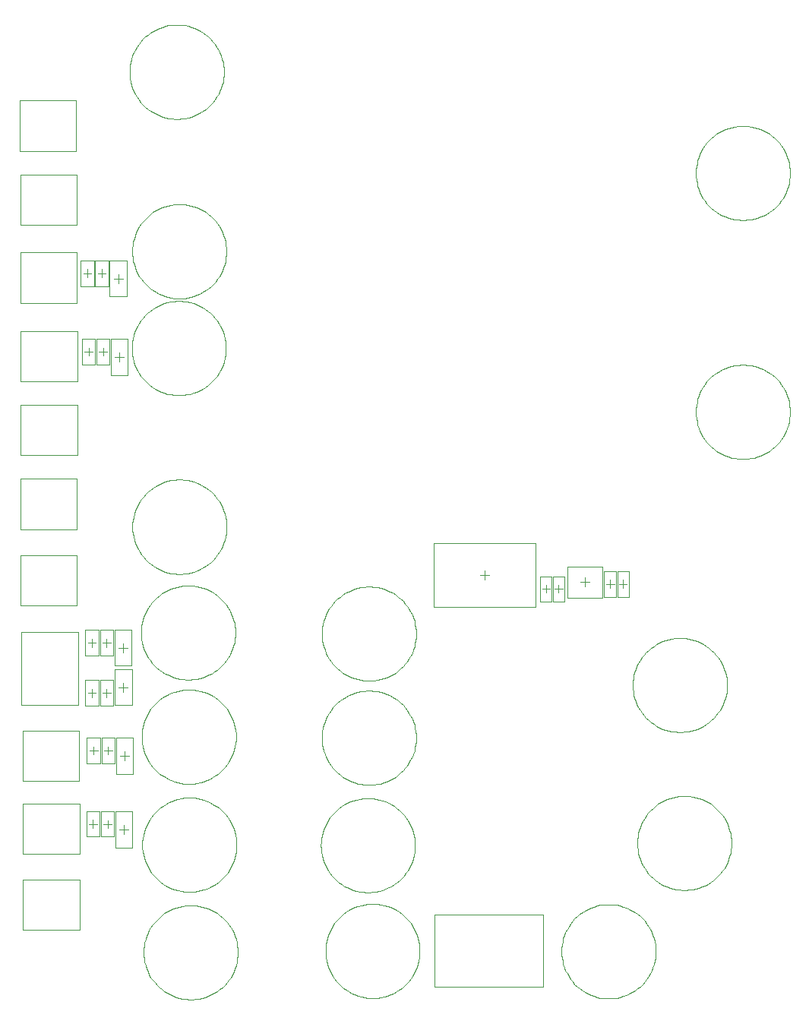
<source format=gbr>
%FSTAX23Y23*%
%MOIN*%
%SFA1B1*%

%IPPOS*%
%ADD53C,0.003937*%
%ADD56C,0.001969*%
%LNpcb.psu.dcdc.001.a1_mechanical_15-1*%
%LPD*%
G54D53*
X02755Y01843D02*
X02791D01*
X02773Y01825D02*
Y01861D01*
X02748Y01787D02*
Y01899D01*
X02799Y01787D02*
Y01899D01*
X02748Y01787D02*
X02799D01*
X02748Y01899D02*
X02799D01*
X02699Y01843D02*
X02735D01*
X02717Y01825D02*
Y01861D01*
X02691Y01787D02*
X02691Y01899D01*
X02743Y01787D02*
Y01899D01*
X02691Y01787D02*
X02743D01*
X02691Y01899D02*
X02743D01*
X02682Y0192D02*
Y01782D01*
X0253Y0192D02*
Y01782D01*
X02682*
X0253Y0192D02*
X02682D01*
X02586Y01851D02*
X02625D01*
X02606Y01831D02*
Y01871D01*
X02473Y01821D02*
X02508D01*
X02491Y01804D02*
Y01839D01*
X02465Y01765D02*
X02465Y01877D01*
X02516Y01765D02*
Y01877D01*
X02465Y01765D02*
X02516D01*
X02465Y01877D02*
X02516D01*
X02418Y01821D02*
X02453D01*
X02436Y01804D02*
Y01839D01*
X02461Y01765D02*
Y01877D01*
X0241Y01765D02*
Y01877D01*
X02461*
X0241Y01765D02*
X02461D01*
X02166Y01863D02*
Y01902D01*
X02146Y01882D02*
X02186D01*
X00418Y00734D02*
X00477D01*
X00418Y00846D02*
X00477D01*
X00418Y00734D02*
Y00846D01*
X00477Y00734D02*
Y00846D01*
X00447Y00772D02*
Y00808D01*
X0043Y0079D02*
X00465D01*
X00482Y00734D02*
X00541D01*
X00482Y00846D02*
X00541Y00846D01*
X00482Y00734D02*
Y00846D01*
X00541Y00734D02*
Y00846D01*
X00512Y00772D02*
Y00807D01*
X00494Y0079D02*
X00529D01*
X00563Y00766D02*
X00603D01*
X00583Y00747D02*
Y00786D01*
X00621Y00687D02*
Y00845D01*
X00546Y00687D02*
Y00845D01*
X00621*
X00546Y00687D02*
X00621D01*
X00421Y01056D02*
X0048D01*
X00421Y01168D02*
X0048D01*
X00421Y01056D02*
Y01168D01*
X0048Y01056D02*
Y01168D01*
X0045Y01094D02*
Y01129D01*
X00433Y01112D02*
X00468D01*
X00485Y01056D02*
X00544D01*
X00485Y01168D02*
X00544D01*
X00485Y01056D02*
Y01168D01*
X00544Y01056D02*
Y01168D01*
X00514Y01094D02*
Y01129D01*
X00497Y01112D02*
X00532D01*
X00565Y01089D02*
X00605D01*
X00585Y01109D02*
Y01069D01*
X00623Y0101D02*
Y01168D01*
X00548Y0101D02*
Y01168D01*
X00623*
X00548Y0101D02*
X00623D01*
X00414Y01529D02*
X00473D01*
X00414Y01641D02*
X00473D01*
X00414Y01529D02*
X00414Y01641D01*
X00473Y01529D02*
Y01641D01*
X00443Y01567D02*
Y01603D01*
X00426Y01585D02*
X00461D01*
X00478Y01529D02*
X00537D01*
X00478Y01641D02*
X00537D01*
X00478Y01529D02*
Y01641D01*
X00537Y01529D02*
Y01641D01*
X00507Y01567D02*
Y01603D01*
X0049Y01585D02*
X00525D01*
X00414Y01309D02*
X00473D01*
X00414Y01421D02*
X00473D01*
X00414Y01309D02*
Y01421D01*
X00473Y01309D02*
Y01421D01*
X00443Y01347D02*
Y01382D01*
X00426Y01365D02*
X00461D01*
X00478Y01309D02*
X00537D01*
X00478Y01421D02*
X00537D01*
X00478Y01309D02*
Y01421D01*
X00537D02*
Y01309D01*
X00507Y01347D02*
Y01382D01*
X0049Y01365D02*
X00525D01*
X00561Y01389D02*
X006D01*
X0058Y0137D02*
Y01409D01*
X00618Y01311D02*
Y01468D01*
X00543Y01311D02*
Y01468D01*
X00618*
X00543Y01311D02*
X00618D01*
X0056Y01562D02*
X00599D01*
X00579Y01543D02*
Y01582D01*
X00617Y01484D02*
Y01641D01*
X00542D02*
Y01484D01*
Y01641D02*
X00617D01*
X00542Y01484D02*
X00617D01*
X00398Y02807D02*
X00457D01*
X00398Y02919D02*
X00457D01*
X00398Y02807D02*
Y02919D01*
X00457Y02807D02*
Y02919D01*
X00428Y02845D02*
Y0288D01*
X0041Y02863D02*
X00445D01*
X00462Y02807D02*
X00521D01*
X00462Y02919D02*
X00521D01*
X00462Y02807D02*
Y02919D01*
X00521Y02807D02*
Y02919D01*
X00492Y02845D02*
X00492Y0288D01*
X00474Y02863D02*
X00509D01*
X00544Y02839D02*
X00583D01*
X00563Y02819D02*
Y02859D01*
X00601Y0276D02*
Y02918D01*
X00526Y0276D02*
Y02918D01*
X00601*
X00526Y0276D02*
X00601D01*
X00393Y0315D02*
X00452D01*
X00393Y03262D02*
X00452D01*
X00393D02*
Y0315D01*
X00452D02*
Y03262D01*
X00423Y03188D02*
Y03224D01*
X00405Y03206D02*
X0044D01*
X00457Y0315D02*
X00516D01*
X00457Y03262D02*
X00516D01*
X00457Y0315D02*
Y03262D01*
X00516Y0315D02*
Y03262D01*
X00487Y03188D02*
Y03224D01*
X00469Y03206D02*
X00504D01*
X00539Y03183D02*
X00578D01*
X00559Y03163D02*
Y03202D01*
X00596Y03104D02*
Y03261D01*
X00521Y03104D02*
Y03261D01*
X00596*
X00521Y03104D02*
X00596D01*
G54D56*
X01881Y00233D02*
D01*
X01881Y00247*
X01879Y00262*
X01877Y00276*
X01873Y0029*
X01869Y00303*
X01864Y00317*
X01857Y0033*
X0185Y00342*
X01842Y00354*
X01833Y00366*
X01823Y00376*
X01813Y00386*
X01802Y00396*
X0179Y00404*
X01778Y00412*
X01765Y00419*
X01752Y00424*
X01739Y00429*
X01725Y00433*
X01711Y00436*
X01696Y00438*
X01682Y00439*
X01667*
X01653Y00438*
X01639Y00436*
X01625Y00433*
X01611Y00429*
X01597Y00424*
X01584Y00419*
X01571Y00412*
X01559Y00404*
X01547Y00396*
X01536Y00386*
X01526Y00376*
X01516Y00366*
X01507Y00354*
X01499Y00342*
X01492Y0033*
X01486Y00317*
X0148Y00303*
X01476Y0029*
X01473Y00276*
X0147Y00262*
X01469Y00247*
X01468Y00233*
X01469Y00218*
X0147Y00204*
X01473Y0019*
X01476Y00176*
X0148Y00162*
X01486Y00149*
X01492Y00136*
X01499Y00123*
X01507Y00111*
X01516Y001*
X01526Y00089*
X01536Y00079*
X01547Y0007*
X01559Y00061*
X01571Y00054*
X01584Y00047*
X01597Y00041*
X01611Y00036*
X01625Y00032*
X01639Y00029*
X01653Y00027*
X01667Y00026*
X01682*
X01696Y00027*
X01711Y00029*
X01725Y00032*
X01739Y00036*
X01752Y00041*
X01765Y00047*
X01778Y00054*
X0179Y00061*
X01802Y0007*
X01813Y00079*
X01823Y00089*
X01833Y001*
X01842Y00111*
X0185Y00123*
X01857Y00136*
X01864Y00149*
X01869Y00162*
X01873Y00176*
X01877Y0019*
X01879Y00204*
X01881Y00218*
X01881Y00233*
X01077Y00698D02*
D01*
X01077Y00713*
X01075Y00727*
X01073Y00741*
X01069Y00755*
X01065Y00769*
X01059Y00782*
X01053Y00795*
X01046Y00808*
X01038Y0082*
X01029Y00831*
X01019Y00842*
X01009Y00852*
X00998Y00861*
X00986Y0087*
X00974Y00877*
X00961Y00884*
X00948Y0089*
X00934Y00895*
X00921Y00899*
X00906Y00902*
X00892Y00904*
X00878Y00905*
X00863*
X00849Y00904*
X00835Y00902*
X00821Y00899*
X00807Y00895*
X00793Y0089*
X0078Y00884*
X00767Y00877*
X00755Y0087*
X00743Y00861*
X00732Y00852*
X00722Y00842*
X00712Y00831*
X00703Y0082*
X00695Y00808*
X00688Y00795*
X00682Y00782*
X00676Y00769*
X00672Y00755*
X00668Y00741*
X00666Y00727*
X00664Y00713*
X00664Y00698*
X00664Y00684*
X00666Y0067*
X00668Y00655*
X00672Y00641*
X00676Y00628*
X00682Y00614*
X00688Y00601*
X00695Y00589*
X00703Y00577*
X00712Y00565*
X00722Y00555*
X00732Y00545*
X00743Y00535*
X00755Y00527*
X00767Y00519*
X0078Y00513*
X00793Y00507*
X00807Y00502*
X00821Y00498*
X00835Y00495*
X00849Y00493*
X00863Y00492*
X00878*
X00892Y00493*
X00906Y00495*
X00921Y00498*
X00934Y00502*
X00948Y00507*
X00961Y00513*
X00974Y00519*
X00986Y00527*
X00998Y00535*
X01009Y00545*
X01019Y00555*
X01029Y00565*
X01038Y00577*
X01046Y00589*
X01053Y00601*
X01059Y00614*
X01065Y00628*
X01069Y00641*
X01073Y00655*
X01075Y0067*
X01077Y00684*
X01077Y00698*
X01075Y01173D02*
D01*
X01075Y01187*
X01073Y01201*
X01071Y01216*
X01067Y0123*
X01063Y01243*
X01057Y01257*
X01051Y0127*
X01044Y01282*
X01036Y01294*
X01027Y01306*
X01017Y01316*
X01007Y01326*
X00996Y01336*
X00984Y01344*
X00972Y01352*
X00959Y01359*
X00946Y01364*
X00932Y01369*
X00919Y01373*
X00904Y01376*
X0089Y01378*
X00876Y01379*
X00861*
X00847Y01378*
X00833Y01376*
X00819Y01373*
X00805Y01369*
X00791Y01364*
X00778Y01359*
X00765Y01352*
X00753Y01344*
X00741Y01336*
X0073Y01326*
X0072Y01316*
X0071Y01306*
X00701Y01294*
X00693Y01282*
X00686Y0127*
X0068Y01257*
X00674Y01243*
X0067Y0123*
X00666Y01216*
X00664Y01201*
X00662Y01187*
X00662Y01173*
X00662Y01158*
X00664Y01144*
X00666Y0113*
X0067Y01116*
X00674Y01102*
X0068Y01089*
X00686Y01076*
X00693Y01063*
X00701Y01051*
X0071Y0104*
X0072Y01029*
X0073Y01019*
X00741Y0101*
X00753Y01001*
X00765Y00994*
X00778Y00987*
X00791Y00981*
X00805Y00976*
X00819Y00972*
X00833Y00969*
X00847Y00967*
X00861Y00966*
X00876*
X0089Y00967*
X00904Y00969*
X00919Y00972*
X00932Y00976*
X00946Y00981*
X00959Y00987*
X00972Y00994*
X00984Y01001*
X00996Y0101*
X01007Y01019*
X01017Y01029*
X01027Y0104*
X01036Y01051*
X01044Y01063*
X01051Y01076*
X01057Y01089*
X01063Y01102*
X01067Y01116*
X01071Y0113*
X01073Y01144*
X01075Y01158*
X01075Y01173*
X03506Y02598D02*
D01*
X03506Y02612*
X03504Y02627*
X03502Y02641*
X03498Y02655*
X03494Y02669*
X03489Y02682*
X03482Y02695*
X03475Y02707*
X03467Y02719*
X03458Y02731*
X03448Y02742*
X03438Y02752*
X03427Y02761*
X03415Y02769*
X03403Y02777*
X0339Y02784*
X03377Y0279*
X03364Y02795*
X0335Y02798*
X03336Y02801*
X03321Y02803*
X03307Y02804*
X03292*
X03278Y02803*
X03264Y02801*
X0325Y02798*
X03236Y02795*
X03222Y0279*
X03209Y02784*
X03196Y02777*
X03184Y02769*
X03172Y02761*
X03161Y02752*
X03151Y02742*
X03141Y02731*
X03132Y02719*
X03124Y02707*
X03117Y02695*
X03111Y02682*
X03105Y02669*
X03101Y02655*
X03098Y02641*
X03095Y02627*
X03094Y02612*
X03093Y02598*
X03094Y02584*
X03095Y02569*
X03098Y02555*
X03101Y02541*
X03105Y02527*
X03111Y02514*
X03117Y02501*
X03124Y02488*
X03132Y02476*
X03141Y02465*
X03151Y02454*
X03161Y02444*
X03172Y02435*
X03184Y02427*
X03196Y02419*
X03209Y02412*
X03222Y02406*
X03236Y02401*
X0325Y02397*
X03264Y02394*
X03278Y02392*
X03292Y02391*
X03307*
X03321Y02392*
X03336Y02394*
X0335Y02397*
X03364Y02401*
X03377Y02406*
X0339Y02412*
X03403Y02419*
X03415Y02427*
X03427Y02435*
X03438Y02444*
X03448Y02454*
X03458Y02465*
X03467Y02476*
X03475Y02488*
X03482Y02501*
X03489Y02514*
X03494Y02527*
X03498Y02541*
X03502Y02555*
X03504Y02569*
X03506Y02584*
X03506Y02598*
Y03646D02*
D01*
X03506Y03661*
X03504Y03675*
X03502Y03689*
X03498Y03703*
X03494Y03717*
X03489Y0373*
X03482Y03743*
X03475Y03756*
X03467Y03768*
X03458Y03779*
X03448Y0379*
X03438Y038*
X03427Y03809*
X03415Y03818*
X03403Y03825*
X0339Y03832*
X03377Y03838*
X03364Y03843*
X0335Y03847*
X03336Y0385*
X03321Y03852*
X03307Y03853*
X03292*
X03278Y03852*
X03264Y0385*
X0325Y03847*
X03236Y03843*
X03222Y03838*
X03209Y03832*
X03196Y03825*
X03184Y03818*
X03172Y03809*
X03161Y038*
X03151Y0379*
X03141Y03779*
X03132Y03768*
X03124Y03756*
X03117Y03743*
X03111Y0373*
X03105Y03717*
X03101Y03703*
X03098Y03689*
X03095Y03675*
X03094Y03661*
X03093Y03646*
X03094Y03632*
X03095Y03617*
X03098Y03603*
X03101Y03589*
X03105Y03575*
X03111Y03562*
X03117Y03549*
X03124Y03537*
X03132Y03525*
X03141Y03513*
X03151Y03503*
X03161Y03493*
X03172Y03483*
X03184Y03475*
X03196Y03467*
X03209Y0346*
X03222Y03455*
X03236Y0345*
X0325Y03446*
X03264Y03443*
X03278Y03441*
X03292Y0344*
X03307*
X03321Y03441*
X03336Y03443*
X0335Y03446*
X03364Y0345*
X03377Y03455*
X0339Y0346*
X03403Y03467*
X03415Y03475*
X03427Y03483*
X03438Y03493*
X03448Y03503*
X03458Y03513*
X03467Y03525*
X03475Y03537*
X03482Y03549*
X03489Y03562*
X03494Y03575*
X03498Y03589*
X03502Y03603*
X03504Y03617*
X03506Y03632*
X03506Y03646*
X01083Y00227D02*
D01*
X01083Y00241*
X01081Y00256*
X01079Y0027*
X01075Y00284*
X01071Y00298*
X01065Y00311*
X01059Y00324*
X01052Y00336*
X01044Y00348*
X01035Y0036*
X01025Y0037*
X01015Y0038*
X01004Y0039*
X00992Y00398*
X0098Y00406*
X00967Y00413*
X00954Y00419*
X0094Y00423*
X00926Y00427*
X00912Y0043*
X00898Y00432*
X00884Y00433*
X00869*
X00855Y00432*
X00841Y0043*
X00826Y00427*
X00813Y00423*
X00799Y00419*
X00786Y00413*
X00773Y00406*
X00761Y00398*
X00749Y0039*
X00738Y0038*
X00728Y0037*
X00718Y0036*
X00709Y00348*
X00701Y00336*
X00694Y00324*
X00688Y00311*
X00682Y00298*
X00678Y00284*
X00674Y0027*
X00672Y00256*
X0067Y00241*
X0067Y00227*
X0067Y00212*
X00672Y00198*
X00674Y00184*
X00678Y0017*
X00682Y00156*
X00688Y00143*
X00694Y0013*
X00701Y00117*
X00709Y00105*
X00718Y00094*
X00728Y00083*
X00738Y00073*
X00749Y00064*
X00761Y00056*
X00773Y00048*
X00786Y00041*
X00799Y00035*
X00813Y0003*
X00826Y00026*
X00841Y00023*
X00855Y00021*
X00869Y0002*
X00884*
X00898Y00021*
X00912Y00023*
X00926Y00026*
X0094Y0003*
X00954Y00035*
X00967Y00041*
X0098Y00048*
X00992Y00056*
X01004Y00064*
X01015Y00073*
X01025Y00083*
X01035Y00094*
X01044Y00105*
X01052Y00117*
X01059Y0013*
X01065Y00143*
X01071Y00156*
X01075Y0017*
X01079Y00184*
X01081Y00198*
X01083Y00212*
X01083Y00227*
X02917Y00231D02*
D01*
X02916Y00245*
X02915Y0026*
X02912Y00274*
X02909Y00288*
X02904Y00301*
X02899Y00315*
X02893Y00328*
X02885Y0034*
X02877Y00352*
X02868Y00364*
X02859Y00374*
X02848Y00384*
X02837Y00394*
X02826Y00402*
X02813Y0041*
X02801Y00417*
X02788Y00422*
X02774Y00427*
X0276Y00431*
X02746Y00434*
X02732Y00436*
X02717Y00437*
X02703*
X02689Y00436*
X02674Y00434*
X0266Y00431*
X02646Y00427*
X02633Y00422*
X0262Y00417*
X02607Y0041*
X02595Y00402*
X02583Y00394*
X02572Y00384*
X02561Y00374*
X02552Y00364*
X02543Y00352*
X02535Y0034*
X02528Y00328*
X02521Y00315*
X02516Y00301*
X02511Y00288*
X02508Y00274*
X02505Y0026*
X02504Y00245*
X02503Y00231*
X02504Y00216*
X02505Y00202*
X02508Y00188*
X02511Y00174*
X02516Y0016*
X02521Y00147*
X02528Y00134*
X02535Y00121*
X02543Y00109*
X02552Y00098*
X02561Y00087*
X02572Y00077*
X02583Y00068*
X02595Y00059*
X02607Y00052*
X0262Y00045*
X02633Y00039*
X02646Y00034*
X0266Y0003*
X02674Y00027*
X02689Y00025*
X02703Y00024*
X02717*
X02732Y00025*
X02746Y00027*
X0276Y0003*
X02774Y00034*
X02788Y00039*
X02801Y00045*
X02813Y00052*
X02826Y00059*
X02837Y00068*
X02848Y00077*
X02859Y00087*
X02868Y00098*
X02877Y00109*
X02885Y00121*
X02893Y00134*
X02899Y00147*
X02904Y0016*
X02909Y00174*
X02912Y00188*
X02915Y00202*
X02916Y00216*
X02917Y00231*
X01861Y00696D02*
D01*
X0186Y00711*
X01859Y00725*
X01856Y00739*
X01853Y00753*
X01848Y00767*
X01843Y0078*
X01837Y00793*
X01829Y00806*
X01821Y00818*
X01812Y00829*
X01803Y0084*
X01792Y0085*
X01781Y00859*
X0177Y00868*
X01757Y00875*
X01745Y00882*
X01731Y00888*
X01718Y00893*
X01704Y00897*
X0169Y009*
X01676Y00902*
X01661Y00903*
X01647*
X01632Y00902*
X01618Y009*
X01604Y00897*
X0159Y00893*
X01577Y00888*
X01563Y00882*
X01551Y00875*
X01538Y00868*
X01527Y00859*
X01516Y0085*
X01505Y0084*
X01496Y00829*
X01487Y00818*
X01479Y00806*
X01472Y00793*
X01465Y0078*
X0146Y00767*
X01455Y00753*
X01452Y00739*
X01449Y00725*
X01448Y00711*
X01447Y00696*
X01448Y00682*
X01449Y00668*
X01452Y00653*
X01455Y00639*
X0146Y00626*
X01465Y00612*
X01472Y00599*
X01479Y00587*
X01487Y00575*
X01496Y00563*
X01505Y00553*
X01516Y00543*
X01527Y00533*
X01538Y00525*
X01551Y00517*
X01563Y00511*
X01577Y00505*
X0159Y005*
X01604Y00496*
X01618Y00493*
X01632Y00491*
X01647Y0049*
X01661*
X01676Y00491*
X0169Y00493*
X01704Y00496*
X01718Y005*
X01731Y00505*
X01745Y00511*
X01757Y00517*
X0177Y00525*
X01781Y00533*
X01792Y00543*
X01803Y00553*
X01812Y00563*
X01821Y00575*
X01829Y00587*
X01837Y00599*
X01843Y00612*
X01848Y00626*
X01853Y00639*
X01856Y00653*
X01859Y00668*
X0186Y00682*
X01861Y00696*
X0325Y00706D02*
D01*
X03249Y00721*
X03247Y00735*
X03245Y00749*
X03241Y00763*
X03237Y00777*
X03232Y0079*
X03225Y00803*
X03218Y00816*
X0321Y00828*
X03201Y00839*
X03191Y0085*
X03181Y0086*
X0317Y00869*
X03158Y00878*
X03146Y00885*
X03133Y00892*
X0312Y00898*
X03107Y00903*
X03093Y00907*
X03079Y0091*
X03064Y00912*
X0305Y00913*
X03036*
X03021Y00912*
X03007Y0091*
X02993Y00907*
X02979Y00903*
X02965Y00898*
X02952Y00892*
X02939Y00885*
X02927Y00878*
X02916Y00869*
X02905Y0086*
X02894Y0085*
X02884Y00839*
X02876Y00828*
X02868Y00816*
X0286Y00803*
X02854Y0079*
X02849Y00777*
X02844Y00763*
X02841Y00749*
X02838Y00735*
X02837Y00721*
X02836Y00706*
X02837Y00692*
X02838Y00677*
X02841Y00663*
X02844Y00649*
X02849Y00635*
X02854Y00622*
X0286Y00609*
X02868Y00597*
X02876Y00585*
X02884Y00573*
X02894Y00563*
X02905Y00553*
X02916Y00543*
X02927Y00535*
X02939Y00527*
X02952Y0052*
X02965Y00515*
X02979Y0051*
X02993Y00506*
X03007Y00503*
X03021Y00501*
X03036Y005*
X0305*
X03064Y00501*
X03079Y00503*
X03093Y00506*
X03107Y0051*
X0312Y00515*
X03133Y0052*
X03146Y00527*
X03158Y00535*
X0317Y00543*
X03181Y00553*
X03191Y00563*
X03201Y00573*
X0321Y00585*
X03218Y00597*
X03225Y00609*
X03232Y00622*
X03237Y00635*
X03241Y00649*
X03245Y00663*
X03247Y00677*
X03249Y00692*
X0325Y00706*
X01072Y01629D02*
D01*
X01072Y01644*
X0107Y01658*
X01068Y01672*
X01064Y01686*
X0106Y017*
X01054Y01713*
X01048Y01726*
X01041Y01739*
X01033Y01751*
X01024Y01762*
X01014Y01773*
X01004Y01783*
X00993Y01792*
X00981Y01801*
X00969Y01808*
X00956Y01815*
X00943Y01821*
X0093Y01826*
X00916Y0183*
X00902Y01833*
X00887Y01835*
X00873Y01836*
X00858*
X00844Y01835*
X0083Y01833*
X00816Y0183*
X00802Y01826*
X00788Y01821*
X00775Y01815*
X00762Y01808*
X0075Y01801*
X00738Y01792*
X00727Y01783*
X00717Y01773*
X00707Y01762*
X00698Y01751*
X0069Y01739*
X00683Y01726*
X00677Y01713*
X00671Y017*
X00667Y01686*
X00663Y01672*
X00661Y01658*
X00659Y01644*
X00659Y01629*
X00659Y01615*
X00661Y01601*
X00663Y01586*
X00667Y01572*
X00671Y01559*
X00677Y01545*
X00683Y01532*
X0069Y0152*
X00698Y01508*
X00707Y01497*
X00717Y01486*
X00727Y01476*
X00738Y01467*
X0075Y01458*
X00762Y0145*
X00775Y01444*
X00788Y01438*
X00802Y01433*
X00816Y01429*
X0083Y01426*
X00844Y01424*
X00858Y01423*
X00873*
X00887Y01424*
X00902Y01426*
X00916Y01429*
X0093Y01433*
X00943Y01438*
X00956Y01444*
X00969Y0145*
X00981Y01458*
X00993Y01467*
X01004Y01476*
X01014Y01486*
X01024Y01497*
X01033Y01508*
X01041Y0152*
X01048Y01532*
X01054Y01545*
X0106Y01559*
X01064Y01572*
X01068Y01586*
X0107Y01601*
X01072Y01615*
X01072Y01629*
X01866Y01168D02*
D01*
X01865Y01182*
X01864Y01197*
X01861Y01211*
X01858Y01225*
X01853Y01239*
X01848Y01252*
X01841Y01265*
X01834Y01277*
X01826Y01289*
X01817Y01301*
X01808Y01311*
X01797Y01321*
X01786Y01331*
X01775Y01339*
X01762Y01347*
X0175Y01354*
X01736Y01359*
X01723Y01364*
X01709Y01368*
X01695Y01371*
X01681Y01373*
X01666Y01374*
X01652*
X01637Y01373*
X01623Y01371*
X01609Y01368*
X01595Y01364*
X01582Y01359*
X01568Y01354*
X01556Y01347*
X01543Y01339*
X01532Y01331*
X01521Y01321*
X0151Y01311*
X01501Y01301*
X01492Y01289*
X01484Y01277*
X01476Y01265*
X0147Y01252*
X01465Y01239*
X0146Y01225*
X01457Y01211*
X01454Y01197*
X01453Y01182*
X01452Y01168*
X01453Y01153*
X01454Y01139*
X01457Y01125*
X0146Y01111*
X01465Y01097*
X0147Y01084*
X01476Y01071*
X01484Y01058*
X01492Y01046*
X01501Y01035*
X0151Y01024*
X01521Y01014*
X01532Y01005*
X01543Y00996*
X01556Y00989*
X01568Y00982*
X01582Y00976*
X01595Y00971*
X01609Y00967*
X01623Y00964*
X01637Y00962*
X01652Y00961*
X01666*
X01681Y00962*
X01695Y00964*
X01709Y00967*
X01723Y00971*
X01736Y00976*
X0175Y00982*
X01762Y00989*
X01775Y00996*
X01786Y01005*
X01797Y01014*
X01808Y01024*
X01817Y01035*
X01826Y01046*
X01834Y01058*
X01841Y01071*
X01848Y01084*
X01853Y01097*
X01858Y01111*
X01861Y01125*
X01864Y01139*
X01865Y01153*
X01866Y01168*
Y01625D02*
D01*
X01865Y01639*
X01864Y01653*
X01861Y01667*
X01858Y01681*
X01853Y01695*
X01848Y01709*
X01841Y01722*
X01834Y01734*
X01826Y01746*
X01817Y01757*
X01808Y01768*
X01797Y01778*
X01786Y01787*
X01775Y01796*
X01762Y01804*
X0175Y0181*
X01736Y01816*
X01723Y01821*
X01709Y01825*
X01695Y01828*
X01681Y0183*
X01666Y01831*
X01652*
X01637Y0183*
X01623Y01828*
X01609Y01825*
X01595Y01821*
X01582Y01816*
X01568Y0181*
X01556Y01804*
X01543Y01796*
X01532Y01787*
X01521Y01778*
X0151Y01768*
X01501Y01757*
X01492Y01746*
X01484Y01734*
X01476Y01722*
X0147Y01709*
X01465Y01695*
X0146Y01681*
X01457Y01667*
X01454Y01653*
X01453Y01639*
X01452Y01625*
X01453Y0161*
X01454Y01596*
X01457Y01582*
X0146Y01568*
X01465Y01554*
X0147Y0154*
X01476Y01527*
X01484Y01515*
X01492Y01503*
X01501Y01492*
X0151Y01481*
X01521Y01471*
X01532Y01462*
X01543Y01453*
X01556Y01445*
X01568Y01439*
X01582Y01433*
X01595Y01428*
X01609Y01424*
X01623Y01421*
X01637Y01419*
X01652Y01418*
X01666*
X01681Y01419*
X01695Y01421*
X01709Y01424*
X01723Y01428*
X01736Y01433*
X0175Y01439*
X01762Y01445*
X01775Y01453*
X01786Y01462*
X01797Y01471*
X01808Y01481*
X01817Y01492*
X01826Y01503*
X01834Y01515*
X01841Y01527*
X01848Y0154*
X01853Y01554*
X01858Y01568*
X01861Y01582*
X01864Y01596*
X01865Y0161*
X01866Y01625*
X0323Y01399D02*
D01*
X03229Y01414*
X03228Y01428*
X03225Y01442*
X03222Y01456*
X03217Y0147*
X03212Y01483*
X03206Y01496*
X03198Y01509*
X0319Y01521*
X03181Y01532*
X03172Y01543*
X03161Y01553*
X0315Y01562*
X03139Y0157*
X03126Y01578*
X03114Y01585*
X03101Y01591*
X03087Y01596*
X03073Y016*
X03059Y01603*
X03045Y01605*
X0303Y01606*
X03016*
X03002Y01605*
X02987Y01603*
X02973Y016*
X02959Y01596*
X02946Y01591*
X02933Y01585*
X0292Y01578*
X02908Y0157*
X02896Y01562*
X02885Y01553*
X02874Y01543*
X02865Y01532*
X02856Y01521*
X02848Y01509*
X02841Y01496*
X02834Y01483*
X02829Y0147*
X02824Y01456*
X02821Y01442*
X02818Y01428*
X02817Y01414*
X02816Y01399*
X02817Y01385*
X02818Y0137*
X02821Y01356*
X02824Y01342*
X02829Y01328*
X02834Y01315*
X02841Y01302*
X02848Y0129*
X02856Y01278*
X02865Y01266*
X02874Y01256*
X02885Y01246*
X02896Y01236*
X02908Y01228*
X0292Y0122*
X02933Y01213*
X02946Y01207*
X02959Y01203*
X02973Y01199*
X02987Y01196*
X03002Y01194*
X03016Y01193*
X0303*
X03045Y01194*
X03059Y01196*
X03073Y01199*
X03087Y01203*
X03101Y01207*
X03114Y01213*
X03126Y0122*
X03139Y01228*
X0315Y01236*
X03161Y01246*
X03172Y01256*
X03181Y01266*
X0319Y01278*
X03198Y0129*
X03206Y01302*
X03212Y01315*
X03217Y01328*
X03222Y01342*
X03225Y01356*
X03228Y0137*
X03229Y01385*
X0323Y01399*
X01034Y02094D02*
D01*
X01033Y02108*
X01032Y02123*
X01029Y02137*
X01026Y02151*
X01021Y02165*
X01016Y02178*
X0101Y02191*
X01003Y02204*
X00994Y02215*
X00986Y02227*
X00976Y02238*
X00966Y02248*
X00955Y02257*
X00943Y02265*
X00931Y02273*
X00918Y0228*
X00905Y02286*
X00891Y02291*
X00877Y02295*
X00863Y02298*
X00849Y023*
X00834Y02301*
X0082*
X00806Y023*
X00791Y02298*
X00777Y02295*
X00763Y02291*
X0075Y02286*
X00737Y0228*
X00724Y02273*
X00712Y02265*
X007Y02257*
X00689Y02248*
X00679Y02238*
X00669Y02227*
X0066Y02215*
X00652Y02204*
X00645Y02191*
X00638Y02178*
X00633Y02165*
X00629Y02151*
X00625Y02137*
X00623Y02123*
X00621Y02108*
X00621Y02094*
X00621Y0208*
X00623Y02065*
X00625Y02051*
X00629Y02037*
X00633Y02023*
X00638Y0201*
X00645Y01997*
X00652Y01984*
X0066Y01972*
X00669Y01961*
X00679Y0195*
X00689Y0194*
X007Y01931*
X00712Y01923*
X00724Y01915*
X00737Y01908*
X0075Y01902*
X00763Y01897*
X00777Y01893*
X00791Y0189*
X00806Y01888*
X0082Y01887*
X00834*
X00849Y01888*
X00863Y0189*
X00877Y01893*
X00891Y01897*
X00905Y01902*
X00918Y01908*
X00931Y01915*
X00943Y01923*
X00955Y01931*
X00966Y0194*
X00976Y0195*
X00986Y01961*
X00994Y01972*
X01003Y01984*
X0101Y01997*
X01016Y0201*
X01021Y02023*
X01026Y02037*
X01029Y02051*
X01032Y02065*
X01033Y0208*
X01034Y02094*
X01031Y02877D02*
D01*
X0103Y02892*
X01029Y02906*
X01026Y0292*
X01023Y02934*
X01019Y02948*
X01013Y02962*
X01007Y02974*
X01Y02987*
X00992Y02999*
X00983Y0301*
X00973Y03021*
X00963Y03031*
X00952Y0304*
X0094Y03049*
X00928Y03056*
X00915Y03063*
X00902Y03069*
X00888Y03074*
X00874Y03078*
X0086Y03081*
X00846Y03083*
X00832Y03084*
X00817*
X00803Y03083*
X00788Y03081*
X00774Y03078*
X0076Y03074*
X00747Y03069*
X00734Y03063*
X00721Y03056*
X00709Y03049*
X00697Y0304*
X00686Y03031*
X00676Y03021*
X00666Y0301*
X00657Y02999*
X00649Y02987*
X00642Y02974*
X00635Y02962*
X0063Y02948*
X00626Y02934*
X00622Y0292*
X0062Y02906*
X00618Y02892*
X00618Y02877*
X00618Y02863*
X0062Y02849*
X00622Y02834*
X00626Y0282*
X0063Y02807*
X00635Y02793*
X00642Y0278*
X00649Y02768*
X00657Y02756*
X00666Y02745*
X00676Y02734*
X00686Y02724*
X00697Y02715*
X00709Y02706*
X00721Y02698*
X00734Y02692*
X00747Y02686*
X0076Y02681*
X00774Y02677*
X00788Y02674*
X00803Y02672*
X00817Y02671*
X00832*
X00846Y02672*
X0086Y02674*
X00874Y02677*
X00888Y02681*
X00902Y02686*
X00915Y02692*
X00928Y02698*
X0094Y02706*
X00952Y02715*
X00963Y02724*
X00973Y02734*
X00983Y02745*
X00992Y02756*
X01Y02768*
X01007Y0278*
X01013Y02793*
X01019Y02807*
X01023Y0282*
X01026Y02834*
X01029Y02849*
X0103Y02863*
X01031Y02877*
X01033Y03303D02*
D01*
X01032Y03317*
X01031Y03331*
X01028Y03346*
X01025Y0336*
X0102Y03373*
X01015Y03387*
X01009Y034*
X01002Y03412*
X00993Y03424*
X00985Y03436*
X00975Y03446*
X00965Y03456*
X00954Y03466*
X00942Y03474*
X0093Y03482*
X00917Y03488*
X00904Y03494*
X0089Y03499*
X00876Y03503*
X00862Y03506*
X00848Y03508*
X00833Y03509*
X00819*
X00805Y03508*
X0079Y03506*
X00776Y03503*
X00762Y03499*
X00749Y03494*
X00736Y03488*
X00723Y03482*
X00711Y03474*
X00699Y03466*
X00688Y03456*
X00678Y03446*
X00668Y03436*
X00659Y03424*
X00651Y03412*
X00644Y034*
X00637Y03387*
X00632Y03373*
X00628Y0336*
X00624Y03346*
X00622Y03331*
X0062Y03317*
X0062Y03303*
X0062Y03288*
X00622Y03274*
X00624Y0326*
X00628Y03246*
X00632Y03232*
X00637Y03219*
X00644Y03206*
X00651Y03193*
X00659Y03181*
X00668Y0317*
X00678Y03159*
X00688Y03149*
X00699Y0314*
X00711Y03131*
X00723Y03124*
X00736Y03117*
X00749Y03111*
X00762Y03106*
X00776Y03102*
X0079Y03099*
X00805Y03097*
X00819Y03096*
X00833*
X00848Y03097*
X00862Y03099*
X00876Y03102*
X0089Y03106*
X00904Y03111*
X00917Y03117*
X0093Y03124*
X00942Y03131*
X00954Y0314*
X00965Y03149*
X00975Y03159*
X00985Y0317*
X00993Y03181*
X01002Y03193*
X01009Y03206*
X01015Y03219*
X0102Y03232*
X01025Y03246*
X01028Y0326*
X01031Y03274*
X01032Y03288*
X01033Y03303*
X01022Y0409D02*
D01*
X01022Y04104*
X0102Y04119*
X01018Y04133*
X01014Y04147*
X0101Y04161*
X01004Y04174*
X00998Y04187*
X00991Y042*
X00983Y04212*
X00974Y04223*
X00964Y04234*
X00954Y04244*
X00943Y04253*
X00931Y04261*
X00919Y04269*
X00906Y04276*
X00893Y04282*
X00879Y04287*
X00865Y04291*
X00851Y04294*
X00837Y04296*
X00823Y04297*
X00808*
X00794Y04296*
X0078Y04294*
X00765Y04291*
X00752Y04287*
X00738Y04282*
X00725Y04276*
X00712Y04269*
X007Y04261*
X00688Y04253*
X00677Y04244*
X00667Y04234*
X00657Y04223*
X00648Y04212*
X0064Y042*
X00633Y04187*
X00627Y04174*
X00621Y04161*
X00617Y04147*
X00613Y04133*
X00611Y04119*
X00609Y04104*
X00609Y0409*
X00609Y04076*
X00611Y04061*
X00613Y04047*
X00617Y04033*
X00621Y04019*
X00627Y04006*
X00633Y03993*
X0064Y03981*
X00648Y03969*
X00657Y03957*
X00667Y03946*
X00677Y03936*
X00688Y03927*
X007Y03919*
X00712Y03911*
X00725Y03904*
X00738Y03898*
X00752Y03893*
X00765Y03889*
X0078Y03886*
X00794Y03884*
X00808Y03883*
X00823*
X00837Y03884*
X00851Y03886*
X00865Y03889*
X00879Y03893*
X00893Y03898*
X00906Y03904*
X00919Y03911*
X00931Y03919*
X00943Y03927*
X00954Y03936*
X00964Y03946*
X00974Y03957*
X00983Y03969*
X00991Y03981*
X00998Y03993*
X01004Y04006*
X0101Y04019*
X01014Y04033*
X01018Y04047*
X0102Y04061*
X01022Y04076*
X01022Y0409*
X02422Y00076D02*
Y00391D01*
X01946D02*
X02422D01*
X01946Y00076D02*
Y00391D01*
Y00076D02*
X02422D01*
X00129Y03298D02*
Y03077D01*
Y03298D02*
X00377D01*
Y03077D02*
Y03298D01*
X00129Y03077D02*
X00377D01*
X00125Y03743D02*
Y03964D01*
X00373*
Y03743D02*
Y03964D01*
X00125Y03743D02*
X00373D01*
X00128Y0342D02*
Y0364D01*
X00376*
Y0342*
X00128D02*
X00376D01*
X0014Y00325D02*
Y00546D01*
X00388*
Y00325D02*
Y00546D01*
X0014Y00325D02*
X00388D01*
X00128Y0175D02*
Y0197D01*
X00376*
Y0175D02*
Y0197D01*
X00128Y0175D02*
X00376D01*
X00129Y02083D02*
Y02304D01*
X00377*
Y02083D02*
Y02304D01*
X00129Y02083D02*
X00377D01*
X01943Y02022D02*
X02388D01*
X01943Y01743D02*
X02388D01*
X01943Y02022D02*
Y01743D01*
X02388Y02022D02*
Y01743D01*
X00131Y0241D02*
Y0263D01*
X00379*
Y0241*
X00131D02*
X00379D01*
X00141Y00659D02*
Y0088D01*
X00389*
Y00659D02*
Y0088D01*
X00141Y00659D02*
X00389D01*
X00139Y0098D02*
Y012D01*
X00387*
Y0098D02*
Y012D01*
X00139Y0098D02*
X00387D01*
X00134Y01312D02*
X00382D01*
Y01632*
X00134D02*
X00382D01*
X00134D02*
Y01312D01*
X0013Y02732D02*
Y02952D01*
X00378*
X00378Y02732D02*
X00378Y02952D01*
X0013Y02732D02*
X00378D01*
M02*
</source>
